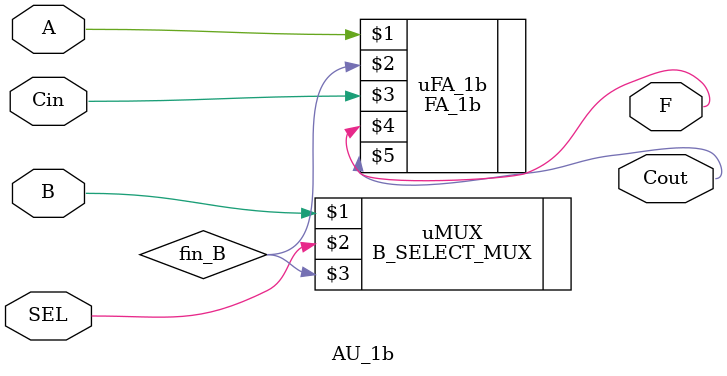
<source format=v>
module AU_1b(A, B, Cin, SEL, F, Cout);
	
	input A, B;
	input Cin;
	input SEL;
	output F;
	output Cout;

	wire fin_B;

	B_SELECT_MUX uMUX(B, SEL, fin_B);
	FA_1b uFA_1b(A, fin_B, Cin, F, Cout);


endmodule

	

	

</source>
